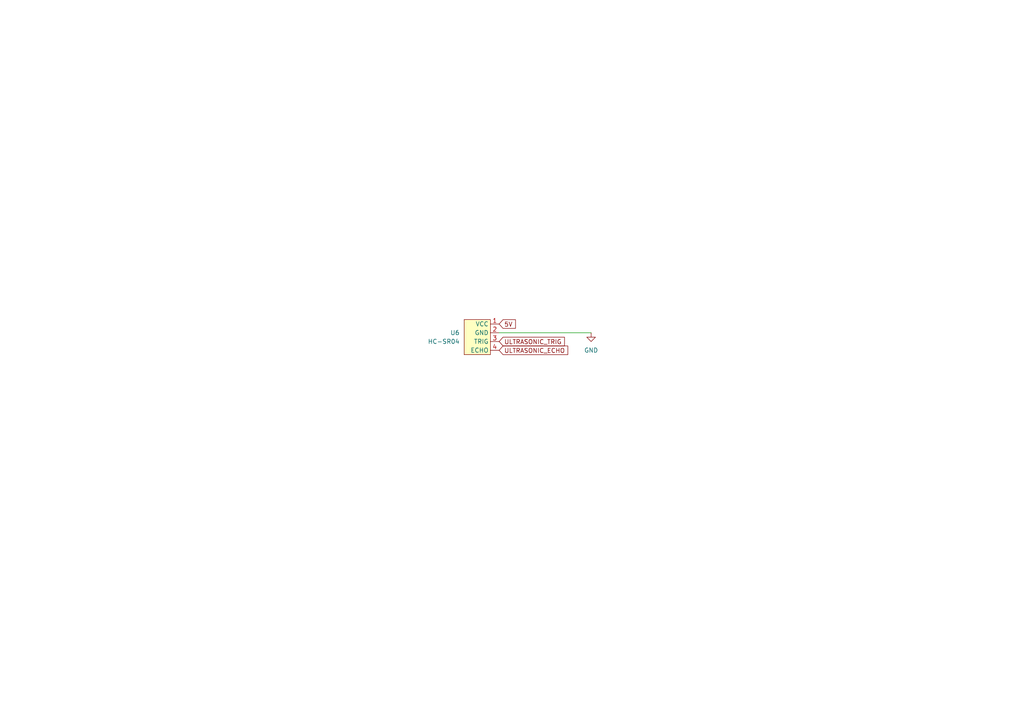
<source format=kicad_sch>
(kicad_sch
	(version 20250114)
	(generator "eeschema")
	(generator_version "9.0")
	(uuid "0a3fb7de-81cc-4b45-860d-c7205f369ab5")
	(paper "A4")
	(lib_symbols
		(symbol "HC-SR04:HC-SR04"
			(exclude_from_sim no)
			(in_bom yes)
			(on_board yes)
			(property "Reference" "U"
				(at 1.524 -7.366 0)
				(effects
					(font
						(size 1.27 1.27)
					)
				)
			)
			(property "Value" "HC-SR04"
				(at 1.27 5.08 0)
				(effects
					(font
						(size 1.27 1.27)
					)
				)
			)
			(property "Footprint" ""
				(at 0 0 0)
				(effects
					(font
						(size 1.27 1.27)
					)
					(hide yes)
				)
			)
			(property "Datasheet" ""
				(at 0 0 0)
				(effects
					(font
						(size 1.27 1.27)
					)
					(hide yes)
				)
			)
			(property "Description" ""
				(at 0 0 0)
				(effects
					(font
						(size 1.27 1.27)
					)
					(hide yes)
				)
			)
			(symbol "HC-SR04_1_1"
				(rectangle
					(start -2.54 3.81)
					(end 5.08 -6.35)
					(stroke
						(width 0)
						(type default)
					)
					(fill
						(type background)
					)
				)
				(pin power_in line
					(at -5.08 2.54 0)
					(length 2.54)
					(name "VCC"
						(effects
							(font
								(size 1.27 1.27)
							)
						)
					)
					(number "1"
						(effects
							(font
								(size 1.27 1.27)
							)
						)
					)
				)
				(pin power_in line
					(at -5.08 0 0)
					(length 2.54)
					(name "GND"
						(effects
							(font
								(size 1.27 1.27)
							)
						)
					)
					(number "2"
						(effects
							(font
								(size 1.27 1.27)
							)
						)
					)
				)
				(pin input line
					(at -5.08 -2.54 0)
					(length 2.54)
					(name "TRIG"
						(effects
							(font
								(size 1.27 1.27)
							)
						)
					)
					(number "3"
						(effects
							(font
								(size 1.27 1.27)
							)
						)
					)
				)
				(pin output line
					(at -5.08 -5.08 0)
					(length 2.54)
					(name "ECHO"
						(effects
							(font
								(size 1.27 1.27)
							)
						)
					)
					(number "4"
						(effects
							(font
								(size 1.27 1.27)
							)
						)
					)
				)
			)
			(embedded_fonts no)
		)
		(symbol "power:GND"
			(power)
			(pin_numbers
				(hide yes)
			)
			(pin_names
				(offset 0)
				(hide yes)
			)
			(exclude_from_sim no)
			(in_bom yes)
			(on_board yes)
			(property "Reference" "#PWR"
				(at 0 -6.35 0)
				(effects
					(font
						(size 1.27 1.27)
					)
					(hide yes)
				)
			)
			(property "Value" "GND"
				(at 0 -3.81 0)
				(effects
					(font
						(size 1.27 1.27)
					)
				)
			)
			(property "Footprint" ""
				(at 0 0 0)
				(effects
					(font
						(size 1.27 1.27)
					)
					(hide yes)
				)
			)
			(property "Datasheet" ""
				(at 0 0 0)
				(effects
					(font
						(size 1.27 1.27)
					)
					(hide yes)
				)
			)
			(property "Description" "Power symbol creates a global label with name \"GND\" , ground"
				(at 0 0 0)
				(effects
					(font
						(size 1.27 1.27)
					)
					(hide yes)
				)
			)
			(property "ki_keywords" "global power"
				(at 0 0 0)
				(effects
					(font
						(size 1.27 1.27)
					)
					(hide yes)
				)
			)
			(symbol "GND_0_1"
				(polyline
					(pts
						(xy 0 0) (xy 0 -1.27) (xy 1.27 -1.27) (xy 0 -2.54) (xy -1.27 -1.27) (xy 0 -1.27)
					)
					(stroke
						(width 0)
						(type default)
					)
					(fill
						(type none)
					)
				)
			)
			(symbol "GND_1_1"
				(pin power_in line
					(at 0 0 270)
					(length 0)
					(name "~"
						(effects
							(font
								(size 1.27 1.27)
							)
						)
					)
					(number "1"
						(effects
							(font
								(size 1.27 1.27)
							)
						)
					)
				)
			)
			(embedded_fonts no)
		)
	)
	(wire
		(pts
			(xy 144.78 96.52) (xy 171.45 96.52)
		)
		(stroke
			(width 0)
			(type default)
		)
		(uuid "44acb9c9-1de9-4427-b78a-7b05914d6e3d")
	)
	(global_label "ULTRASONIC_ECHO"
		(shape input)
		(at 144.78 101.6 0)
		(fields_autoplaced yes)
		(effects
			(font
				(size 1.27 1.27)
			)
			(justify left)
		)
		(uuid "0b85e9dd-6d40-4fec-8000-6fb2227138cd")
		(property "Intersheetrefs" "${INTERSHEET_REFS}"
			(at 165.2429 101.6 0)
			(effects
				(font
					(size 1.27 1.27)
				)
				(justify left)
				(hide yes)
			)
		)
	)
	(global_label "5V"
		(shape input)
		(at 144.78 93.98 0)
		(fields_autoplaced yes)
		(effects
			(font
				(size 1.27 1.27)
			)
			(justify left)
		)
		(uuid "37f50b21-39f5-446e-8131-1209e7255f92")
		(property "Intersheetrefs" "${INTERSHEET_REFS}"
			(at 150.0633 93.98 0)
			(effects
				(font
					(size 1.27 1.27)
				)
				(justify left)
				(hide yes)
			)
		)
	)
	(global_label "ULTRASONIC_TRIG"
		(shape input)
		(at 144.78 99.06 0)
		(fields_autoplaced yes)
		(effects
			(font
				(size 1.27 1.27)
				(thickness 0.1588)
			)
			(justify left)
		)
		(uuid "3f514a9a-9ae1-4683-91b1-166ba9062b5e")
		(property "Intersheetrefs" "${INTERSHEET_REFS}"
			(at 164.2753 99.06 0)
			(effects
				(font
					(size 1.27 1.27)
				)
				(justify left)
				(hide yes)
			)
		)
	)
	(symbol
		(lib_id "power:GND")
		(at 171.45 96.52 0)
		(unit 1)
		(exclude_from_sim no)
		(in_bom yes)
		(on_board yes)
		(dnp no)
		(fields_autoplaced yes)
		(uuid "32687e6c-f741-4180-a1ad-a1cd92ba43e8")
		(property "Reference" "#PWR015"
			(at 171.45 102.87 0)
			(effects
				(font
					(size 1.27 1.27)
				)
				(hide yes)
			)
		)
		(property "Value" "GND"
			(at 171.45 101.6 0)
			(effects
				(font
					(size 1.27 1.27)
				)
			)
		)
		(property "Footprint" ""
			(at 171.45 96.52 0)
			(effects
				(font
					(size 1.27 1.27)
				)
				(hide yes)
			)
		)
		(property "Datasheet" ""
			(at 171.45 96.52 0)
			(effects
				(font
					(size 1.27 1.27)
				)
				(hide yes)
			)
		)
		(property "Description" "Power symbol creates a global label with name \"GND\" , ground"
			(at 171.45 96.52 0)
			(effects
				(font
					(size 1.27 1.27)
				)
				(hide yes)
			)
		)
		(pin "1"
			(uuid "291d6df3-aa54-463d-aea8-3b45560da267")
		)
		(instances
			(project "Car_PCB"
				(path "/c7e35edf-6ffe-40dc-9a4f-72db8dbc3769/068d9ae2-4b25-4856-a71c-cec14df0e8a6"
					(reference "#PWR015")
					(unit 1)
				)
			)
		)
	)
	(symbol
		(lib_id "HC-SR04:HC-SR04")
		(at 139.7 96.52 0)
		(mirror y)
		(unit 1)
		(exclude_from_sim no)
		(in_bom yes)
		(on_board yes)
		(dnp no)
		(uuid "b8d6e3d9-c37c-44a7-ba2f-a61bc8e6e70a")
		(property "Reference" "U6"
			(at 133.35 96.5199 0)
			(effects
				(font
					(size 1.27 1.27)
				)
				(justify left)
			)
		)
		(property "Value" "HC-SR04"
			(at 133.35 99.0599 0)
			(effects
				(font
					(size 1.27 1.27)
				)
				(justify left)
			)
		)
		(property "Footprint" "Connector_PinHeader_2.54mm:PinHeader_1x04_P2.54mm_Vertical"
			(at 139.7 96.52 0)
			(effects
				(font
					(size 1.27 1.27)
				)
				(hide yes)
			)
		)
		(property "Datasheet" ""
			(at 139.7 96.52 0)
			(effects
				(font
					(size 1.27 1.27)
				)
				(hide yes)
			)
		)
		(property "Description" ""
			(at 139.7 96.52 0)
			(effects
				(font
					(size 1.27 1.27)
				)
				(hide yes)
			)
		)
		(pin "3"
			(uuid "29ed5dba-e9e3-4264-811c-e2c26abbdf15")
		)
		(pin "2"
			(uuid "027793d3-9fbc-4d12-be2e-54960df7fd1d")
		)
		(pin "1"
			(uuid "7b653230-b12c-4abd-901e-60fcd740d348")
		)
		(pin "4"
			(uuid "8253d4c3-3e99-441d-a55c-ab8da7dcf4be")
		)
		(instances
			(project "Car_PCB"
				(path "/c7e35edf-6ffe-40dc-9a4f-72db8dbc3769/068d9ae2-4b25-4856-a71c-cec14df0e8a6"
					(reference "U6")
					(unit 1)
				)
			)
		)
	)
)

</source>
